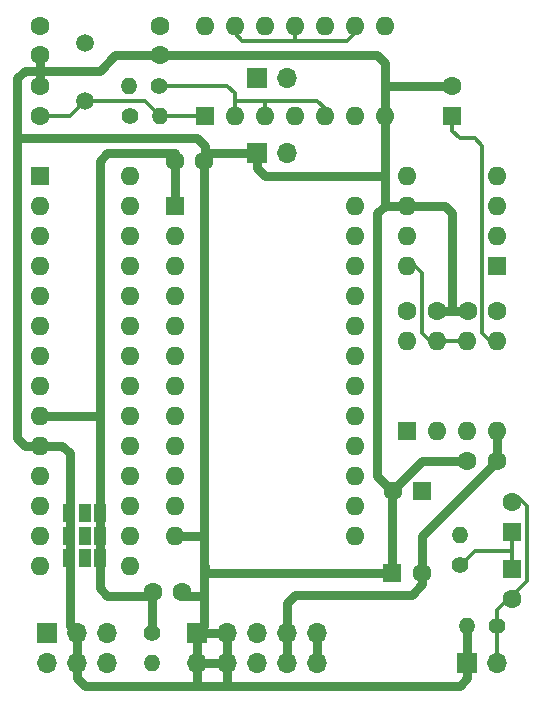
<source format=gbl>
G04 #@! TF.GenerationSoftware,KiCad,Pcbnew,6.0.4+dfsg-1+b1*
G04 #@! TF.CreationDate,2022-04-24T01:38:02+03:00*
G04 #@! TF.ProjectId,yatabaza-synth,79617461-6261-47a6-912d-73796e74682e,rev?*
G04 #@! TF.SameCoordinates,Original*
G04 #@! TF.FileFunction,Copper,L2,Bot*
G04 #@! TF.FilePolarity,Positive*
%FSLAX46Y46*%
G04 Gerber Fmt 4.6, Leading zero omitted, Abs format (unit mm)*
G04 Created by KiCad (PCBNEW 6.0.4+dfsg-1+b1) date 2022-04-24 01:38:02*
%MOMM*%
%LPD*%
G01*
G04 APERTURE LIST*
G04 #@! TA.AperFunction,ComponentPad*
%ADD10C,1.600000*%
G04 #@! TD*
G04 #@! TA.AperFunction,ComponentPad*
%ADD11R,1.600000X1.600000*%
G04 #@! TD*
G04 #@! TA.AperFunction,ComponentPad*
%ADD12C,1.400000*%
G04 #@! TD*
G04 #@! TA.AperFunction,ComponentPad*
%ADD13O,1.400000X1.400000*%
G04 #@! TD*
G04 #@! TA.AperFunction,ComponentPad*
%ADD14O,1.600000X1.600000*%
G04 #@! TD*
G04 #@! TA.AperFunction,ComponentPad*
%ADD15C,1.500000*%
G04 #@! TD*
G04 #@! TA.AperFunction,ComponentPad*
%ADD16R,1.700000X1.700000*%
G04 #@! TD*
G04 #@! TA.AperFunction,ComponentPad*
%ADD17O,1.700000X1.700000*%
G04 #@! TD*
G04 #@! TA.AperFunction,SMDPad,CuDef*
%ADD18R,1.000000X1.500000*%
G04 #@! TD*
G04 #@! TA.AperFunction,ViaPad*
%ADD19C,0.600000*%
G04 #@! TD*
G04 #@! TA.AperFunction,Conductor*
%ADD20C,0.750000*%
G04 #@! TD*
G04 #@! TA.AperFunction,Conductor*
%ADD21C,0.375000*%
G04 #@! TD*
G04 APERTURE END LIST*
D10*
X48895000Y-39370000D03*
X51395000Y-39370000D03*
X53975000Y-52070000D03*
X56475000Y-52070000D03*
D11*
X50165000Y-54610000D03*
D10*
X47665000Y-54610000D03*
D11*
X47625000Y-61595000D03*
D10*
X50125000Y-61595000D03*
X27325000Y-63182500D03*
X29825000Y-63182500D03*
X29210000Y-26670000D03*
X31710000Y-26670000D03*
X27940000Y-15240000D03*
X27940000Y-17740000D03*
X56515000Y-39370000D03*
X54015000Y-39370000D03*
X17780000Y-22860000D03*
X17780000Y-20360000D03*
X17780000Y-15240000D03*
X17780000Y-17740000D03*
D11*
X52705000Y-22860000D03*
D10*
X52705000Y-20360000D03*
D11*
X57785000Y-61277500D03*
D10*
X57785000Y-63777500D03*
D11*
X57785000Y-58102500D03*
D10*
X57785000Y-55602500D03*
D12*
X25450000Y-22860000D03*
D13*
X27990000Y-22860000D03*
D12*
X27890000Y-20310000D03*
D13*
X25350000Y-20310000D03*
D12*
X56515000Y-66040000D03*
D13*
X53975000Y-66040000D03*
D11*
X17780000Y-27940000D03*
D14*
X17780000Y-30480000D03*
X17780000Y-33020000D03*
X17780000Y-35560000D03*
X17780000Y-38100000D03*
X17780000Y-40640000D03*
X17780000Y-43180000D03*
X17780000Y-45720000D03*
X17780000Y-48260000D03*
X17780000Y-50800000D03*
X17780000Y-53340000D03*
X17780000Y-55880000D03*
X17780000Y-58420000D03*
X17780000Y-60960000D03*
X25400000Y-60960000D03*
X25400000Y-58420000D03*
X25400000Y-55880000D03*
X25400000Y-53340000D03*
X25400000Y-50800000D03*
X25400000Y-48260000D03*
X25400000Y-45720000D03*
X25400000Y-43180000D03*
X25400000Y-40640000D03*
X25400000Y-38100000D03*
X25400000Y-35560000D03*
X25400000Y-33020000D03*
X25400000Y-30480000D03*
X25400000Y-27940000D03*
D11*
X29210000Y-30480000D03*
D14*
X29210000Y-33020000D03*
X29210000Y-35560000D03*
X29210000Y-38100000D03*
X29210000Y-40640000D03*
X29210000Y-43180000D03*
X29210000Y-45720000D03*
X29210000Y-48260000D03*
X29210000Y-50800000D03*
X29210000Y-53340000D03*
X29210000Y-55880000D03*
X29210000Y-58420000D03*
X44450000Y-58420000D03*
X44450000Y-55880000D03*
X44450000Y-53340000D03*
X44450000Y-50800000D03*
X44450000Y-48260000D03*
X44450000Y-45720000D03*
X44450000Y-43180000D03*
X44450000Y-40640000D03*
X44450000Y-38100000D03*
X44450000Y-35560000D03*
X44450000Y-33020000D03*
X44450000Y-30480000D03*
D11*
X31750000Y-22860000D03*
D14*
X34290000Y-22860000D03*
X36830000Y-22860000D03*
X39370000Y-22860000D03*
X41910000Y-22860000D03*
X44450000Y-22860000D03*
X46990000Y-22860000D03*
X46990000Y-15240000D03*
X44450000Y-15240000D03*
X41910000Y-15240000D03*
X39370000Y-15240000D03*
X36830000Y-15240000D03*
X34290000Y-15240000D03*
X31750000Y-15240000D03*
D11*
X56515000Y-35560000D03*
D14*
X56515000Y-33020000D03*
X56515000Y-30480000D03*
X56515000Y-27940000D03*
X48895000Y-27940000D03*
X48895000Y-30480000D03*
X48895000Y-33020000D03*
X48895000Y-35560000D03*
D11*
X48895000Y-49530000D03*
D14*
X51435000Y-49530000D03*
X53975000Y-49530000D03*
X56515000Y-49530000D03*
X56515000Y-41910000D03*
X53975000Y-41910000D03*
X51435000Y-41910000D03*
X48895000Y-41910000D03*
D15*
X21590000Y-21590000D03*
X21590000Y-16710000D03*
D12*
X27305000Y-66675000D03*
D13*
X27305000Y-69215000D03*
D12*
X53340000Y-60910000D03*
D13*
X53340000Y-58370000D03*
D16*
X31115000Y-66675000D03*
D17*
X31115000Y-69215000D03*
X33655000Y-66675000D03*
X33655000Y-69215000D03*
X36195000Y-66675000D03*
X36195000Y-69215000D03*
X38735000Y-66675000D03*
X38735000Y-69215000D03*
X41275000Y-66675000D03*
X41275000Y-69215000D03*
D18*
X22890000Y-60325000D03*
X21590000Y-60325000D03*
X20290000Y-60325000D03*
X22890000Y-58420000D03*
X21590000Y-58420000D03*
X20290000Y-58420000D03*
X22890000Y-56515000D03*
X21590000Y-56515000D03*
X20290000Y-56515000D03*
D16*
X36195000Y-19685000D03*
D17*
X38735000Y-19685000D03*
D16*
X18415000Y-66675000D03*
D17*
X18415000Y-69215000D03*
X20955000Y-66675000D03*
X20955000Y-69215000D03*
X23495000Y-66675000D03*
X23495000Y-69215000D03*
D16*
X53975000Y-69215000D03*
D17*
X56515000Y-69215000D03*
D16*
X36195000Y-26035000D03*
D17*
X38735000Y-26035000D03*
D19*
X21590000Y-60325000D03*
X21590000Y-58420000D03*
X21590000Y-56515000D03*
D20*
X41275000Y-69215000D02*
X41275000Y-66675000D01*
X17780000Y-19050000D02*
X17780000Y-20360000D01*
X22860000Y-19050000D02*
X24170000Y-17740000D01*
X24170000Y-17740000D02*
X27940000Y-17740000D01*
X19685000Y-50800000D02*
X20320000Y-51435000D01*
X20320000Y-51435000D02*
X20320000Y-56515000D01*
X27940000Y-17740000D02*
X46315000Y-17740000D01*
X20320000Y-66040000D02*
X20320000Y-60325000D01*
X20955000Y-70485000D02*
X21590000Y-71120000D01*
X21590000Y-71120000D02*
X31115000Y-71120000D01*
X31115000Y-71120000D02*
X33655000Y-71120000D01*
X50165000Y-52070000D02*
X47625000Y-54610000D01*
X16510000Y-50800000D02*
X15875000Y-50165000D01*
X15875000Y-50165000D02*
X15875000Y-24765000D01*
X15875000Y-19685000D02*
X16510000Y-19050000D01*
X16510000Y-19050000D02*
X17780000Y-19050000D01*
X46355000Y-53340000D02*
X46355000Y-31115000D01*
X46355000Y-31115000D02*
X46990000Y-30480000D01*
X52705000Y-39370000D02*
X54015000Y-39370000D01*
X52705000Y-31115000D02*
X52070000Y-30480000D01*
X31710000Y-66080000D02*
X31115000Y-66675000D01*
X31710000Y-63500000D02*
X31710000Y-66080000D01*
X31710000Y-58420000D02*
X31710000Y-60960000D01*
X31750000Y-61555000D02*
X31750000Y-60960000D01*
X31750000Y-60960000D02*
X31710000Y-60960000D01*
X31710000Y-60960000D02*
X31710000Y-63500000D01*
X36195000Y-26670000D02*
X36195000Y-27305000D01*
X15875000Y-24765000D02*
X15875000Y-19685000D01*
X31115000Y-24765000D02*
X31750000Y-25400000D01*
X31750000Y-25400000D02*
X31750000Y-26630000D01*
X31750000Y-26035000D02*
X31710000Y-26670000D01*
X46990000Y-18415000D02*
X46990000Y-20320000D01*
X36830000Y-27940000D02*
X46990000Y-27940000D01*
X46990000Y-27940000D02*
X46990000Y-22860000D01*
X53340000Y-71120000D02*
X53975000Y-70485000D01*
X53975000Y-70485000D02*
X53975000Y-69215000D01*
X31790000Y-61595000D02*
X31750000Y-61555000D01*
X46990000Y-20360000D02*
X46990000Y-20320000D01*
X46990000Y-20320000D02*
X46990000Y-22860000D01*
X20955000Y-66675000D02*
X20320000Y-66040000D01*
X47625000Y-54610000D02*
X47625000Y-61555000D01*
X53975000Y-52070000D02*
X50165000Y-52070000D01*
X31710000Y-26670000D02*
X31710000Y-58420000D01*
X36195000Y-26035000D02*
X36195000Y-27305000D01*
X20955000Y-66675000D02*
X20955000Y-69215000D01*
X17780000Y-19050000D02*
X22860000Y-19050000D01*
X20955000Y-69215000D02*
X20955000Y-70485000D01*
X20320000Y-58420000D02*
X20320000Y-60325000D01*
X48895000Y-30480000D02*
X46990000Y-30480000D01*
X33655000Y-69215000D02*
X31115000Y-69215000D01*
X33655000Y-71120000D02*
X53340000Y-71120000D01*
X36195000Y-27305000D02*
X36830000Y-27940000D01*
X15875000Y-24765000D02*
X31115000Y-24765000D01*
X47665000Y-61595000D02*
X31790000Y-61595000D01*
X33655000Y-66675000D02*
X33655000Y-69215000D01*
X17780000Y-50800000D02*
X16510000Y-50800000D01*
X48895000Y-30480000D02*
X52070000Y-30480000D01*
X52705000Y-39370000D02*
X52705000Y-31115000D01*
X52705000Y-20360000D02*
X46990000Y-20360000D01*
X17780000Y-50800000D02*
X19685000Y-50800000D01*
X29805000Y-63500000D02*
X31710000Y-63500000D01*
X31115000Y-66675000D02*
X33655000Y-66675000D01*
X36195000Y-26035000D02*
X31750000Y-26035000D01*
X53975000Y-69215000D02*
X53975000Y-66040000D01*
X31115000Y-66675000D02*
X31115000Y-69215000D01*
X46315000Y-17740000D02*
X46990000Y-18415000D01*
X51435000Y-39370000D02*
X52705000Y-39370000D01*
X46355000Y-53340000D02*
X47625000Y-54610000D01*
X33655000Y-69215000D02*
X33655000Y-71120000D01*
X20320000Y-56515000D02*
X20320000Y-58420000D01*
X31115000Y-69215000D02*
X31115000Y-71120000D01*
X17780000Y-17740000D02*
X17780000Y-19050000D01*
X46990000Y-30480000D02*
X46990000Y-27940000D01*
X29210000Y-58420000D02*
X31710000Y-58420000D01*
X38735000Y-64135000D02*
X39410000Y-63460000D01*
X39410000Y-63460000D02*
X49252500Y-63460000D01*
X38735000Y-66675000D02*
X38735000Y-64135000D01*
X49252500Y-63460000D02*
X50165000Y-62547500D01*
X50125000Y-58460000D02*
X56515000Y-52070000D01*
X38735000Y-69215000D02*
X38735000Y-66675000D01*
X50165000Y-61635000D02*
X50125000Y-61595000D01*
X56515000Y-52070000D02*
X56515000Y-49530000D01*
X50125000Y-61595000D02*
X50125000Y-58460000D01*
X50165000Y-62547500D02*
X50165000Y-61635000D01*
X23495000Y-63500000D02*
X22860000Y-62865000D01*
X22860000Y-26670000D02*
X23495000Y-26035000D01*
X23495000Y-26035000D02*
X29210000Y-26035000D01*
X29210000Y-26035000D02*
X29210000Y-26670000D01*
X22860000Y-48260000D02*
X22860000Y-26670000D01*
X27305000Y-63500000D02*
X23495000Y-63500000D01*
X22860000Y-56515000D02*
X22860000Y-48260000D01*
X22860000Y-58420000D02*
X22860000Y-60325000D01*
X27305000Y-66675000D02*
X27305000Y-63500000D01*
X29210000Y-26670000D02*
X29210000Y-30480000D01*
X17780000Y-48260000D02*
X22860000Y-48260000D01*
X22860000Y-62865000D02*
X22860000Y-60325000D01*
X22860000Y-56515000D02*
X22860000Y-58420000D01*
D21*
X20320000Y-22860000D02*
X21590000Y-21590000D01*
X26670000Y-21590000D02*
X27940000Y-22860000D01*
X21590000Y-21590000D02*
X26670000Y-21590000D01*
X31750000Y-22860000D02*
X27940000Y-22860000D01*
X17780000Y-22860000D02*
X20320000Y-22860000D01*
X55880000Y-41910000D02*
X55245000Y-41275000D01*
X55245000Y-41275000D02*
X55245000Y-25400000D01*
X55245000Y-25400000D02*
X54610000Y-24765000D01*
X54610000Y-24765000D02*
X53340000Y-24765000D01*
X53340000Y-24765000D02*
X52705000Y-24130000D01*
X52705000Y-24130000D02*
X52705000Y-22860000D01*
X56515000Y-41910000D02*
X55880000Y-41910000D01*
X57785000Y-59690000D02*
X57785000Y-57785000D01*
X54610000Y-59690000D02*
X57785000Y-59690000D01*
X53340000Y-60960000D02*
X54610000Y-59690000D01*
X57785000Y-60960000D02*
X57785000Y-59690000D01*
X56515000Y-64730000D02*
X57785000Y-63460000D01*
X57825000Y-63460000D02*
X59055000Y-62230000D01*
X59055000Y-62230000D02*
X59055000Y-55880000D01*
X59055000Y-55880000D02*
X58460000Y-55285000D01*
X58460000Y-55285000D02*
X57785000Y-55285000D01*
X56515000Y-69215000D02*
X56515000Y-66040000D01*
X56515000Y-66040000D02*
X56515000Y-64730000D01*
X44450000Y-15875000D02*
X43815000Y-16510000D01*
X43815000Y-16510000D02*
X39370000Y-16510000D01*
X34925000Y-16510000D02*
X34290000Y-15875000D01*
X34290000Y-15875000D02*
X34290000Y-15240000D01*
X39370000Y-16510000D02*
X34925000Y-16510000D01*
X33655000Y-20320000D02*
X34290000Y-20955000D01*
X34290000Y-20955000D02*
X34290000Y-21590000D01*
X34290000Y-21590000D02*
X34290000Y-22860000D01*
X36830000Y-21590000D02*
X34290000Y-21590000D01*
X41910000Y-22225000D02*
X41275000Y-21590000D01*
X41275000Y-21590000D02*
X36830000Y-21590000D01*
X36830000Y-22860000D02*
X36830000Y-21590000D01*
X44450000Y-15240000D02*
X44450000Y-15875000D01*
X41910000Y-22860000D02*
X41910000Y-22225000D01*
X27940000Y-20320000D02*
X33655000Y-20320000D01*
X39370000Y-15240000D02*
X39370000Y-16510000D01*
X49530000Y-35560000D02*
X50165000Y-36195000D01*
X51435000Y-41910000D02*
X53975000Y-41910000D01*
X50800000Y-41910000D02*
X50165000Y-41275000D01*
X50165000Y-41275000D02*
X50165000Y-36195000D01*
X48895000Y-35560000D02*
X49530000Y-35560000D01*
X51435000Y-41910000D02*
X50800000Y-41910000D01*
M02*

</source>
